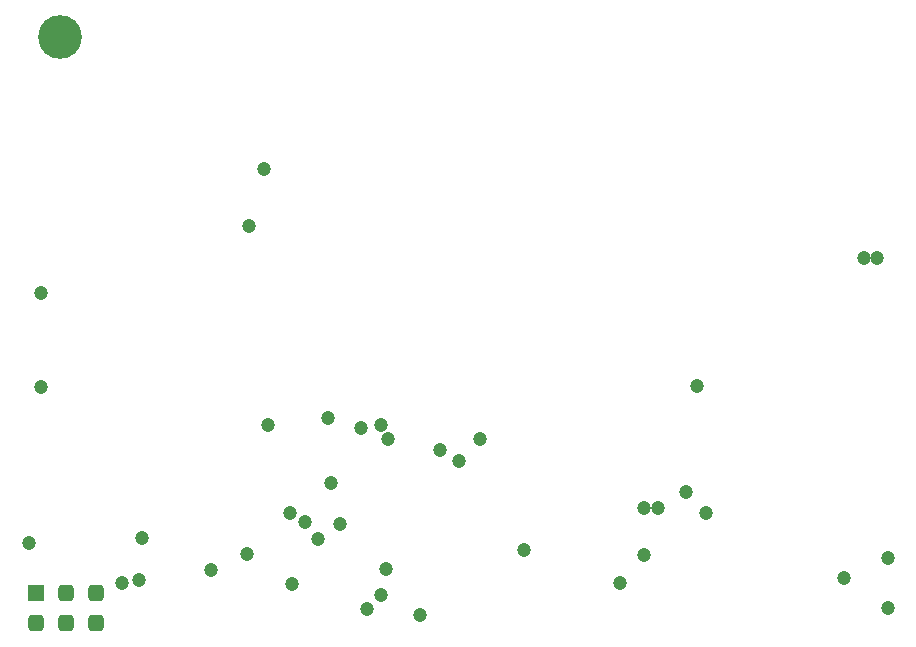
<source format=gbs>
G04 Layer_Color=16711935*
%FSLAX25Y25*%
%MOIN*%
G70*
G01*
G75*
G04:AMPARAMS|DCode=57|XSize=55.24mil|YSize=55.24mil|CornerRadius=15.81mil|HoleSize=0mil|Usage=FLASHONLY|Rotation=180.000|XOffset=0mil|YOffset=0mil|HoleType=Round|Shape=RoundedRectangle|*
%AMROUNDEDRECTD57*
21,1,0.05524,0.02362,0,0,180.0*
21,1,0.02362,0.05524,0,0,180.0*
1,1,0.03162,-0.01181,0.01181*
1,1,0.03162,0.01181,0.01181*
1,1,0.03162,0.01181,-0.01181*
1,1,0.03162,-0.01181,-0.01181*
%
%ADD57ROUNDEDRECTD57*%
%ADD58R,0.05524X0.05524*%
%ADD59C,0.04737*%
%ADD60C,0.14579*%
D57*
X27874Y5748D02*
D03*
X17874D02*
D03*
X7874D02*
D03*
X27874Y15748D02*
D03*
X17874D02*
D03*
D58*
X7874D02*
D03*
D59*
X43307Y33858D02*
D03*
X135827Y8268D02*
D03*
X124409Y23622D02*
D03*
X215167Y44094D02*
D03*
X210630D02*
D03*
X288292Y127165D02*
D03*
X283755D02*
D03*
X83858Y157087D02*
D03*
X122835Y14961D02*
D03*
X118110Y10236D02*
D03*
X101969Y33465D02*
D03*
X210630Y28346D02*
D03*
X148819Y59449D02*
D03*
X277165Y20472D02*
D03*
X142519Y63386D02*
D03*
X155905Y66929D02*
D03*
X122834Y71653D02*
D03*
X125197Y66929D02*
D03*
X170472Y29921D02*
D03*
X106299Y52362D02*
D03*
X228346Y84646D02*
D03*
X224410Y49213D02*
D03*
X116142Y70472D02*
D03*
X231102Y42126D02*
D03*
X105118Y74016D02*
D03*
X92520Y42126D02*
D03*
X109055Y38583D02*
D03*
X202362Y18898D02*
D03*
X97638Y39370D02*
D03*
X78347Y28740D02*
D03*
X5502Y32274D02*
D03*
X42126Y20079D02*
D03*
X291732Y27165D02*
D03*
Y10630D02*
D03*
X9449Y115748D02*
D03*
Y84252D02*
D03*
X66142Y23228D02*
D03*
X36614Y18898D02*
D03*
X93307Y18504D02*
D03*
X85039Y71653D02*
D03*
X78740Y137795D02*
D03*
D60*
X15748Y200787D02*
D03*
M02*

</source>
